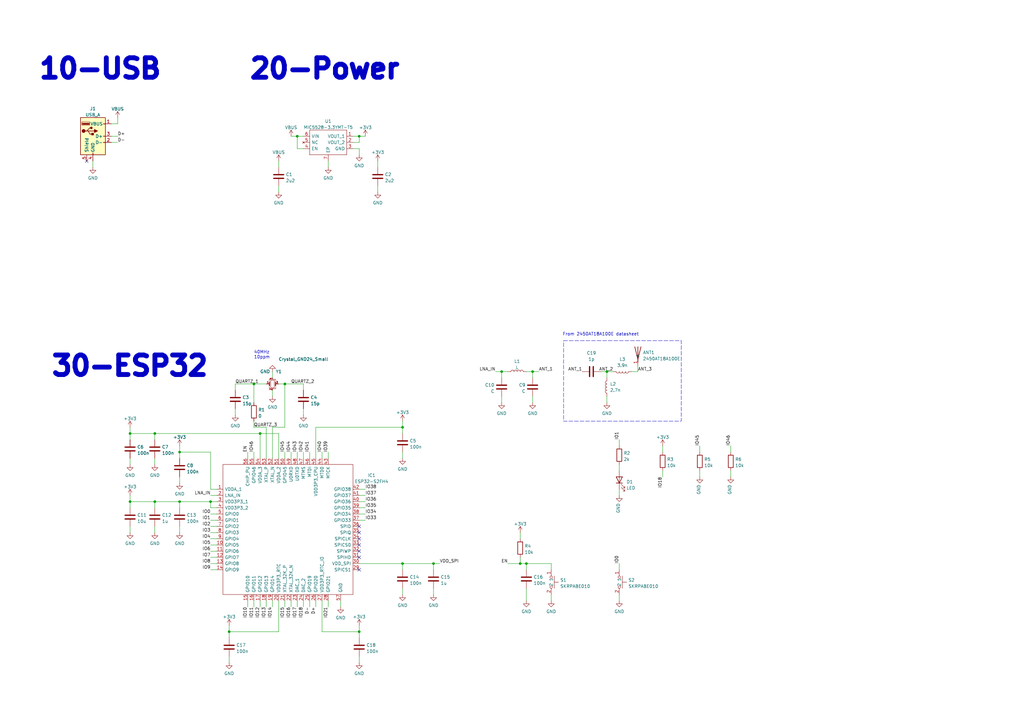
<source format=kicad_sch>
(kicad_sch (version 20231120) (generator "eeschema") (generator_version "8.0")
  (paper "A3")
  (title_block (title "PMK_Dongle") (date "2023-01-19") (rev "HW00") (company "Puma Corp"))
  (lib_symbols
    (symbol "Component lib:2450AT18A100E" (pin_names (offset 0.762))
      (property "Reference" "ANT" (at 6.35 10.16 0))
      (property "Value" "2450AT18A100E" (at 6.35 7.62 0))
      (symbol "2450AT18A100E_0_1"
        (polyline (pts (xy 0 7.62) (xy 0 1.27)) (stroke (width 0.254)))
        (polyline (pts (xy 1.27 7.62) (xy 0 2.54) (xy -1.27 7.62)) (stroke (width 0.254)))
      )
      (symbol "2450AT18A100E_1_1"
        (pin input line (at 0 0 90) (length 2.54) (name "A") (number "1"))
      )
    )
    (symbol "Component lib:C" (pin_numbers hide) (pin_names (offset 0.254))
      (property "Reference" "C" (at 0.635 -1.27 0))
      (property "Value" "C" (at 0.635 -6.35 0))
      (symbol "C_0_1"
        (polyline (pts (xy -2.032 -4.572) (xy 2.032 -4.572)) (stroke (width 0.508)))
        (polyline (pts (xy -2.032 -3.048) (xy 2.032 -3.048)) (stroke (width 0.508)))
      )
      (symbol "C_1_1"
        (pin passive line (at 0 0 270) (length 2.794) (name "~") (number "1"))
        (pin passive line (at 0 -7.62 90) (length 2.794) (name "~") (number "2"))
      )
    )
    (symbol "Component lib:ESP32-S2FH4" (pin_names (offset 0.762))
      (property "Reference" "IC" (at 22.86 -12.7 0))
      (property "Value" "ESP32-S2FH4" (at 22.86 -15.24 0))
      (symbol "ESP32-S2FH4_0_0"
        (pin passive line (at 0 0 0) (length 2.54) (name "VDDA_1") (number "1"))
        (pin passive line (at 0 -22.86 0) (length 2.54) (name "GPIO5") (number "10"))
        (pin passive line (at 0 -25.4 0) (length 2.54) (name "GPIO6") (number "11"))
        (pin passive line (at 0 -27.94 0) (length 2.54) (name "GPIO7") (number "12"))
        (pin passive line (at 0 -30.48 0) (length 2.54) (name "GPIO8") (number "13"))
        (pin passive line (at 0 -33.02 0) (length 2.54) (name "GPIO9") (number "14"))
        (pin passive line (at 12.7 -45.72 90) (length 2.54) (name "GPIO10") (number "15"))
        (pin passive line (at 15.24 -45.72 90) (length 2.54) (name "GPIO11") (number "16"))
        (pin passive line (at 17.78 -45.72 90) (length 2.54) (name "GPIO12") (number "17"))
        (pin passive line (at 20.32 -45.72 90) (length 2.54) (name "GPIO13") (number "18"))
        (pin passive line (at 22.86 -45.72 90) (length 2.54) (name "GPIO14") (number "19"))
        (pin passive line (at 0 -2.54 0) (length 2.54) (name "LNA_IN") (number "2"))
        (pin passive line (at 25.4 -45.72 90) (length 2.54) (name "VDD3P3_RTC") (number "20"))
        (pin passive line (at 27.94 -45.72 90) (length 2.54) (name "XTAL_32K_P") (number "21"))
        (pin passive line (at 30.48 -45.72 90) (length 2.54) (name "XTAL_32K_N") (number "22"))
        (pin passive line (at 33.02 -45.72 90) (length 2.54) (name "DAC_1") (number "23"))
        (pin passive line (at 35.56 -45.72 90) (length 2.54) (name "DAC_2") (number "24"))
        (pin passive line (at 38.1 -45.72 90) (length 2.54) (name "GPIO19") (number "25"))
        (pin passive line (at 40.64 -45.72 90) (length 2.54) (name "GPIO20") (number "26"))
        (pin passive line (at 43.18 -45.72 90) (length 2.54) (name "VDD3P3_RTC_IO") (number "27"))
        (pin passive line (at 45.72 -45.72 90) (length 2.54) (name "GPIO21") (number "28"))
        (pin passive line (at 58.42 -33.02 180) (length 2.54) (name "SPICS1") (number "29"))
        (pin passive line (at 0 -5.08 0) (length 2.54) (name "VDD3P3_1") (number "3"))
        (pin passive line (at 58.42 -30.48 180) (length 2.54) (name "VDD_SPI") (number "30"))
        (pin passive line (at 58.42 -27.94 180) (length 2.54) (name "SPIHD") (number "31"))
        (pin passive line (at 58.42 -25.4 180) (length 2.54) (name "SPIWP") (number "32"))
        (pin passive line (at 58.42 -22.86 180) (length 2.54) (name "SPICS0") (number "33"))
        (pin passive line (at 58.42 -20.32 180) (length 2.54) (name "SPICLK") (number "34"))
        (pin passive line (at 58.42 -17.78 180) (length 2.54) (name "SPIQ") (number "35"))
        (pin passive line (at 58.42 -15.24 180) (length 2.54) (name "SPID") (number "36"))
        (pin passive line (at 58.42 -12.7 180) (length 2.54) (name "GPIO33") (number "37"))
        (pin passive line (at 58.42 -10.16 180) (length 2.54) (name "GPIO34") (number "38"))
        (pin passive line (at 58.42 -7.62 180) (length 2.54) (name "GPIO35") (number "39"))
        (pin passive line (at 0 -7.62 0) (length 2.54) (name "VDD3P3_2") (number "4"))
        (pin passive line (at 58.42 -5.08 180) (length 2.54) (name "GPIO36") (number "40"))
        (pin passive line (at 58.42 -2.54 180) (length 2.54) (name "GPIO37") (number "41"))
        (pin passive line (at 58.42 0 180) (length 2.54) (name "GPIO38") (number "42"))
        (pin passive line (at 45.72 12.7 270) (length 2.54) (name "MTCK") (number "43"))
        (pin passive line (at 43.18 12.7 270) (length 2.54) (name "MTD0") (number "44"))
        (pin passive line (at 40.64 12.7 270) (length 2.54) (name "VDD3P3_CPU") (number "45"))
        (pin passive line (at 38.1 12.7 270) (length 2.54) (name "MTDI") (number "46"))
        (pin passive line (at 35.56 12.7 270) (length 2.54) (name "MTMS") (number "47"))
        (pin passive line (at 33.02 12.7 270) (length 2.54) (name "U0TXD") (number "48"))
        (pin passive line (at 30.48 12.7 270) (length 2.54) (name "U0RXD") (number "49"))
        (pin passive line (at 0 -10.16 0) (length 2.54) (name "GPIO0") (number "5"))
        (pin passive line (at 27.94 12.7 270) (length 2.54) (name "GPIO45") (number "50"))
        (pin passive line (at 25.4 12.7 270) (length 2.54) (name "VDDA_2") (number "51"))
        (pin passive line (at 22.86 12.7 270) (length 2.54) (name "XTAL_N") (number "52"))
        (pin passive line (at 20.32 12.7 270) (length 2.54) (name "XTAL_P") (number "53"))
        (pin passive line (at 17.78 12.7 270) (length 2.54) (name "VDDA_3") (number "54"))
        (pin passive line (at 15.24 12.7 270) (length 2.54) (name "GPIO46") (number "55"))
        (pin passive line (at 12.7 12.7 270) (length 2.54) (name "CHIP_PU") (number "56"))
        (pin passive line (at 50.8 -45.72 90) (length 2.54) (name "GND") (number "57"))
        (pin passive line (at 0 -12.7 0) (length 2.54) (name "GPIO1") (number "6"))
        (pin passive line (at 0 -15.24 0) (length 2.54) (name "GPIO2") (number "7"))
        (pin passive line (at 0 -17.78 0) (length 2.54) (name "GPIO3") (number "8"))
        (pin passive line (at 0 -20.32 0) (length 2.54) (name "GPIO4") (number "9"))
      )
      (symbol "ESP32-S2FH4_0_1"
        (polyline (pts (xy 2.54 10.16) (xy 55.88 10.16) (xy 55.88 -43.18) (xy 2.54 -43.18) (xy 2.54 10.16)) (stroke (width 0.1524)))
      )
    )
    (symbol "Component lib:L" (pin_numbers hide) (pin_names (offset 1.016) hide)
      (property "Reference" "L" (at 3.81 -1.27 0))
      (property "Value" "L" (at 3.81 1.905 0))
      (symbol "L_0_1"
        (arc (start 2.54 0) (mid 1.905 0.6323) (end 1.27 0))
        (arc (start 3.81 0) (mid 3.175 0.6323) (end 2.54 0))
        (arc (start 5.08 0) (mid 4.445 0.6323) (end 3.81 0))
        (arc (start 6.35 0) (mid 5.715 0.6323) (end 5.08 0))
      )
      (symbol "L_1_1"
        (pin passive line (at 0 0 0) (length 1.27) (name "1") (number "1"))
        (pin passive line (at 7.62 0 180) (length 1.27) (name "2") (number "2"))
      )
    )
    (symbol "Component lib:LED" (pin_numbers hide) (pin_names (offset 1.016) hide)
      (property "Reference" "D" (at 3.81 2.54 0))
      (property "Value" "LED" (at 3.81 -2.54 0))
      (symbol "LED_0_1"
        (polyline (pts (xy 2.54 -1.27) (xy 2.54 1.27)) (stroke (width 0.254)))
        (polyline (pts (xy 2.54 0) (xy 5.08 0)))
        (polyline (pts (xy 5.08 -1.27) (xy 5.08 1.27) (xy 2.54 0) (xy 5.08 -1.27)) (stroke (width 0.254)))
        (polyline (pts (xy 0.762 -0.762) (xy -0.762 -2.286) (xy 0 -2.286) (xy -0.762 -2.286) (xy -0.762 -1.524)))
        (polyline (pts (xy 2.032 -0.762) (xy 0.508 -2.286) (xy 1.27 -2.286) (xy 0.508 -2.286) (xy 0.508 -1.524)))
      )
      (symbol "LED_1_1"
        (pin passive line (at 0 0 0) (length 2.54) (name "K") (number "1"))
        (pin passive line (at 7.62 0 180) (length 2.54) (name "A") (number "2"))
      )
    )
    (symbol "Component lib:MIC5528-3.3YMT-T5" (pin_names (offset 0.762))
      (property "Reference" "U" (at 2.54 5.08 0))
      (property "Value" "MIC5528-3.3YMT-T5" (at 12.7 5.08 0))
      (symbol "MIC5528-3.3YMT-T5_0_0"
        (pin passive line (at 20.32 0 180) (length 2.54) (name "VOUT_1") (number "1"))
        (pin passive line (at 20.32 -2.54 180) (length 2.54) (name "VOUT_2") (number "2"))
        (pin passive line (at 20.32 -5.08 180) (length 2.54) (name "GND") (number "3"))
        (pin passive line (at 0 -5.08 0) (length 2.54) (name "EN") (number "4"))
        (pin no_connect line (at 0 -2.54 0) (length 2.54) (name "NC") (number "5"))
        (pin passive line (at 0 0 0) (length 2.54) (name "VIN") (number "6"))
        (pin passive line (at 10.16 -10.16 90) (length 2.54) (name "EP") (number "7"))
      )
      (symbol "MIC5528-3.3YMT-T5_0_1"
        (rectangle (start 2.54 2.54) (end 17.78 -7.62) (stroke (width 0.1524)))
      )
    )
    (symbol "Component lib:R" (pin_numbers hide) (pin_names (offset 0))
      (property "Reference" "R" (at 2.032 -3.81 90))
      (property "Value" "R" (at 0 -3.81 90))
      (symbol "R_0_1"
        (rectangle (start -1.016 -6.35) (end 1.016 -1.27) (stroke (width 0.254)))
      )
      (symbol "R_1_1"
        (pin passive line (at 0 0 270) (length 1.27) (name "~") (number "1"))
        (pin passive line (at 0 -7.62 90) (length 1.27) (name "~") (number "2"))
      )
    )
    (symbol "Component lib:SKRPABE010" (pin_names (offset 0.762))
      (property "Reference" "S" (at 5.715 3.81 0))
      (property "Value" "SKRPABE010" (at 24.13 5.08 0))
      (symbol "SKRPABE010_0_1"
        (polyline (pts (xy 5.08 1.27) (xy 5.08 3.048)))
        (polyline (pts (xy 7.62 1.27) (xy 2.54 1.27)))
        (circle (center 3.048 0) (radius 0.508))
        (circle (center 7.112 0) (radius 0.508))
        (pin passive line (at 0 0 0) (length 2.54) (name "1") (number "1"))
        (pin passive line (at 10.16 0 180) (length 2.54) (name "2") (number "2"))
      )
    )
    (symbol "Connector:USB_A" (pin_names (offset 1.016))
      (property "Reference" "J" (at -5.08 11.43 0))
      (property "Value" "USB_A" (at -5.08 8.89 0))
      (symbol "USB_A_0_1"
        (rectangle (start -5.08 -7.62) (end 5.08 7.62) (stroke (width 0.254)) (fill (type background)))
        (circle (center -3.81 2.159) (radius 0.635) (stroke (width 0.254)) (fill (type outline)))
        (rectangle (start -1.524 4.826) (end -4.318 5.334) (fill (type outline)))
        (rectangle (start -1.27 4.572) (end -4.572 5.842))
        (circle (center -0.635 3.429) (radius 0.381) (stroke (width 0.254)) (fill (type outline)))
        (rectangle (start -0.127 -7.62) (end 0.127 -6.858))
        (polyline (pts (xy -3.175 2.159) (xy -2.54 2.159) (xy -1.27 3.429) (xy -0.635 3.429)) (stroke (width 0.254)))
        (polyline (pts (xy -2.54 2.159) (xy -1.905 2.159) (xy -1.27 0.889) (xy 0 0.889)) (stroke (width 0.254)))
        (polyline (pts (xy 0.635 2.794) (xy 0.635 1.524) (xy 1.905 2.159) (xy 0.635 2.794)) (stroke (width 0.254)) (fill (type outline)))
        (rectangle (start 0.254 1.27) (end -0.508 0.508) (stroke (width 0.254)) (fill (type outline)))
        (rectangle (start 5.08 -2.667) (end 4.318 -2.413))
        (rectangle (start 5.08 -0.127) (end 4.318 0.127))
        (rectangle (start 5.08 4.953) (end 4.318 5.207))
      )
      (symbol "USB_A_1_1"
        (polyline (pts (xy -1.905 2.159) (xy 0.635 2.159)) (stroke (width 0.254)))
        (pin power_in line (at 7.62 5.08 180) (length 2.54) (name "VBUS") (number "1"))
        (pin bidirectional line (at 7.62 -2.54 180) (length 2.54) (name "D-") (number "2"))
        (pin bidirectional line (at 7.62 0 180) (length 2.54) (name "D+") (number "3"))
        (pin power_in line (at 0 -10.16 90) (length 2.54) (name "GND") (number "4"))
        (pin passive line (at -2.54 -10.16 90) (length 2.54) (name "Shield") (number "5"))
      )
    )
    (symbol "Device:Crystal_GND24_Small" (pin_names (offset 1.016) hide)
      (property "Reference" "Y" (at 1.27 4.445 0))
      (property "Value" "Crystal_GND24_Small" (at 1.27 2.54 0))
      (symbol "Crystal_GND24_Small_0_1"
        (rectangle (start -0.762 -1.524) (end 0.762 1.524))
        (polyline (pts (xy -1.27 -0.762) (xy -1.27 0.762)) (stroke (width 0.381)))
        (polyline (pts (xy 1.27 -0.762) (xy 1.27 0.762)) (stroke (width 0.381)))
        (polyline (pts (xy -1.27 -1.27) (xy -1.27 -1.905) (xy 1.27 -1.905) (xy 1.27 -1.27)))
        (polyline (pts (xy -1.27 1.27) (xy -1.27 1.905) (xy 1.27 1.905) (xy 1.27 1.27)))
      )
      (symbol "Crystal_GND24_Small_1_1"
        (pin passive line (at -2.54 0 0) (length 1.27) (name "1") (number "1"))
        (pin passive line (at 0 -2.54 90) (length 0.635) (name "2") (number "2"))
        (pin passive line (at 2.54 0 180) (length 1.27) (name "3") (number "3"))
        (pin passive line (at 0 2.54 270) (length 0.635) (name "4") (number "4"))
      )
    )
    (symbol "power:+3V3" (power) (pin_names (offset 0))
      (property "Value" "+3V3" (at 0 3.556 0))
      (symbol "+3V3_0_1"
        (polyline (pts (xy -0.762 1.27) (xy 0 2.54)))
        (polyline (pts (xy 0 0) (xy 0 2.54)))
        (polyline (pts (xy 0 2.54) (xy 0.762 1.27)))
      )
      (symbol "+3V3_1_1"
        (pin power_in line (at 0 0 90) (length 0) hide (name "+3V3") (number "1"))
      )
    )
    (symbol "power:GND" (power) (pin_names (offset 0))
      (property "Value" "GND" (at 0 -3.81 0))
      (symbol "GND_0_1"
        (polyline (pts (xy 0 0) (xy 0 -1.27) (xy 1.27 -1.27) (xy 0 -2.54) (xy -1.27 -1.27) (xy 0 -1.27)))
      )
      (symbol "GND_1_1"
        (pin power_in line (at 0 0 270) (length 0) hide (name "GND") (number "1"))
      )
    )
    (symbol "power:VBUS" (power) (pin_names (offset 0))
      (property "Value" "VBUS" (at 0 3.81 0))
      (symbol "VBUS_0_1"
        (polyline (pts (xy -0.762 1.27) (xy 0 2.54)))
        (polyline (pts (xy 0 0) (xy 0 2.54)))
        (polyline (pts (xy 0 2.54) (xy 0.762 1.27)))
      )
      (symbol "VBUS_1_1"
        (pin power_in line (at 0 0 90) (length 0) hide (name "VBUS") (number "1"))
      )
    )
  )
  (junction (at 147.32 259.08))
  (junction (at 73.66 205.74))
  (junction (at 213.36 231.14))
  (junction (at 205.74 152.4))
  (junction (at 165.1 231.14))
  (junction (at 86.36 205.74))
  (junction (at 104.14 157.48))
  (junction (at 53.34 205.74))
  (junction (at 53.34 177.8))
  (junction (at 121.92 55.88))
  (junction (at 177.8 231.14))
  (junction (at 93.98 259.08))
  (junction (at 63.5 177.8))
  (junction (at 165.1 175.26))
  (junction (at 147.32 55.88))
  (junction (at 215.9 231.14))
  (junction (at 116.84 157.48))
  (junction (at 218.44 152.4))
  (junction (at 248.92 152.4))
  (junction (at 73.66 185.42))
  (junction (at 63.5 205.74))
  (junction (at 106.68 177.8))
  (no_connect (at 147.32 233.68))
  (no_connect (at 147.32 215.9))
  (no_connect (at 147.32 218.44))
  (no_connect (at 147.32 220.98))
  (no_connect (at 147.32 223.52))
  (no_connect (at 147.32 228.6))
  (no_connect (at 147.32 226.06))
  (no_connect (at 35.56 66.04))
  (wire (pts (xy 147.32 55.88) (xy 147.32 58.42)))
  (wire (pts (xy 111.76 246.38) (xy 111.76 248.92)))
  (wire (pts (xy 205.74 152.4) (xy 203.2 152.4)))
  (wire (pts (xy 226.06 231.14) (xy 226.06 233.68)))
  (wire (pts (xy 127 246.38) (xy 127 248.92)))
  (wire (pts (xy 116.84 157.48) (xy 124.46 157.48)))
  (wire (pts (xy 86.36 223.52) (xy 88.9 223.52)))
  (wire (pts (xy 218.44 162.56) (xy 218.44 165.1)))
  (wire (pts (xy 63.5 215.9) (xy 63.5 218.44)))
  (wire (pts (xy 86.36 203.2) (xy 88.9 203.2)))
  (wire (pts (xy 53.34 208.28) (xy 53.34 205.74)))
  (wire (pts (xy 215.9 231.14) (xy 215.9 233.68)))
  (wire (pts (xy 154.94 66.04) (xy 154.94 68.58)))
  (wire (pts (xy 254 190.5) (xy 254 193.04)))
  (wire (pts (xy 132.08 246.38) (xy 132.08 259.08)))
  (wire (pts (xy 124.46 246.38) (xy 124.46 248.92)))
  (wire (pts (xy 93.98 269.24) (xy 93.98 271.78)))
  (wire (pts (xy 208.28 231.14) (xy 213.36 231.14)))
  (wire (pts (xy 114.3 66.04) (xy 114.3 68.58)))
  (wire (pts (xy 147.32 256.54) (xy 147.32 259.08)))
  (wire (pts (xy 287.02 182.88) (xy 287.02 185.42)))
  (wire (pts (xy 114.3 177.8) (xy 106.68 177.8)))
  (wire (pts (xy 104.14 157.48) (xy 109.22 157.48)))
  (wire (pts (xy 53.34 205.74) (xy 63.5 205.74)))
  (wire (pts (xy 177.8 231.14) (xy 180.34 231.14)))
  (wire (pts (xy 147.32 210.82) (xy 149.86 210.82)))
  (wire (pts (xy 220.98 152.4) (xy 218.44 152.4)))
  (wire (pts (xy 119.38 55.88) (xy 121.92 55.88)))
  (wire (pts (xy 86.36 200.66) (xy 88.9 200.66)))
  (wire (pts (xy 165.1 185.42) (xy 165.1 187.96)))
  (wire (pts (xy 111.76 160.02) (xy 111.76 162.56)))
  (wire (pts (xy 109.22 246.38) (xy 109.22 248.92)))
  (wire (pts (xy 165.1 172.72) (xy 165.1 175.26)))
  (wire (pts (xy 48.26 48.26) (xy 48.26 50.8)))
  (wire (pts (xy 271.78 182.88) (xy 271.78 185.42)))
  (wire (pts (xy 104.14 157.48) (xy 104.14 165.1)))
  (wire (pts (xy 53.34 177.8) (xy 63.5 177.8)))
  (wire (pts (xy 165.1 241.3) (xy 165.1 243.84)))
  (wire (pts (xy 218.44 154.94) (xy 218.44 152.4)))
  (wire (pts (xy 86.36 233.68) (xy 88.9 233.68)))
  (wire (pts (xy 63.5 187.96) (xy 63.5 190.5)))
  (wire (pts (xy 53.34 175.26) (xy 53.34 177.8)))
  (wire (pts (xy 63.5 177.8) (xy 63.5 180.34)))
  (wire (pts (xy 93.98 256.54) (xy 93.98 259.08)))
  (wire (pts (xy 101.6 246.38) (xy 101.6 248.92)))
  (wire (pts (xy 86.36 185.42) (xy 86.36 200.66)))
  (wire (pts (xy 124.46 157.48) (xy 124.46 160.02)))
  (wire (pts (xy 134.62 66.04) (xy 134.62 68.58)))
  (wire (pts (xy 254 231.14) (xy 254 233.68)))
  (wire (pts (xy 132.08 259.08) (xy 147.32 259.08)))
  (wire (pts (xy 104.14 172.72) (xy 104.14 175.26)))
  (wire (pts (xy 114.3 157.48) (xy 116.84 157.48)))
  (wire (pts (xy 147.32 203.2) (xy 149.86 203.2)))
  (wire (pts (xy 165.1 231.14) (xy 165.1 233.68)))
  (wire (pts (xy 86.36 220.98) (xy 88.9 220.98)))
  (wire (pts (xy 86.36 215.9) (xy 88.9 215.9)))
  (wire (pts (xy 147.32 205.74) (xy 149.86 205.74)))
  (wire (pts (xy 119.38 185.42) (xy 119.38 187.96)))
  (wire (pts (xy 205.74 162.56) (xy 205.74 165.1)))
  (wire (pts (xy 139.7 246.38) (xy 139.7 248.92)))
  (wire (pts (xy 104.14 246.38) (xy 104.14 248.92)))
  (wire (pts (xy 53.34 187.96) (xy 53.34 190.5)))
  (wire (pts (xy 248.92 152.4) (xy 251.46 152.4)))
  (wire (pts (xy 134.62 185.42) (xy 134.62 187.96)))
  (wire (pts (xy 73.66 215.9) (xy 73.66 218.44)))
  (wire (pts (xy 86.36 218.44) (xy 88.9 218.44)))
  (wire (pts (xy 53.34 180.34) (xy 53.34 177.8)))
  (wire (pts (xy 261.62 149.86) (xy 261.62 152.4)))
  (wire (pts (xy 114.3 187.96) (xy 114.3 177.8)))
  (wire (pts (xy 106.68 177.8) (xy 106.68 187.96)))
  (wire (pts (xy 213.36 218.44) (xy 213.36 220.98)))
  (wire (pts (xy 86.36 231.14) (xy 88.9 231.14)))
  (wire (pts (xy 254 180.34) (xy 254 182.88)))
  (wire (pts (xy 248.92 152.4) (xy 248.92 154.94)))
  (wire (pts (xy 121.92 55.88) (xy 124.46 55.88)))
  (wire (pts (xy 218.44 152.4) (xy 215.9 152.4)))
  (wire (pts (xy 48.26 50.8) (xy 45.72 50.8)))
  (wire (pts (xy 73.66 195.58) (xy 73.66 198.12)))
  (wire (pts (xy 177.8 231.14) (xy 177.8 233.68)))
  (wire (pts (xy 144.78 55.88) (xy 147.32 55.88)))
  (wire (pts (xy 104.14 175.26) (xy 109.22 175.26)))
  (wire (pts (xy 86.36 210.82) (xy 88.9 210.82)))
  (wire (pts (xy 93.98 259.08) (xy 93.98 261.62)))
  (wire (pts (xy 215.9 231.14) (xy 226.06 231.14)))
  (wire (pts (xy 261.62 152.4) (xy 259.08 152.4)))
  (wire (pts (xy 129.54 175.26) (xy 129.54 187.96)))
  (wire (pts (xy 73.66 182.88) (xy 73.66 185.42)))
  (wire (pts (xy 147.32 231.14) (xy 165.1 231.14)))
  (wire (pts (xy 116.84 185.42) (xy 116.84 187.96)))
  (wire (pts (xy 124.46 185.42) (xy 124.46 187.96)))
  (wire (pts (xy 73.66 208.28) (xy 73.66 205.74)))
  (wire (pts (xy 73.66 187.96) (xy 73.66 185.42)))
  (wire (pts (xy 86.36 228.6) (xy 88.9 228.6)))
  (wire (pts (xy 213.36 228.6) (xy 213.36 231.14)))
  (wire (pts (xy 154.94 76.2) (xy 154.94 78.74)))
  (wire (pts (xy 116.84 246.38) (xy 116.84 248.92)))
  (wire (pts (xy 254 243.84) (xy 254 246.38)))
  (wire (pts (xy 111.76 175.26) (xy 111.76 187.96)))
  (wire (pts (xy 121.92 185.42) (xy 121.92 187.96)))
  (wire (pts (xy 165.1 231.14) (xy 177.8 231.14)))
  (wire (pts (xy 215.9 231.14) (xy 213.36 231.14)))
  (wire (pts (xy 88.9 208.28) (xy 86.36 208.28)))
  (wire (pts (xy 104.14 185.42) (xy 104.14 187.96)))
  (wire (pts (xy 106.68 246.38) (xy 106.68 248.92)))
  (wire (pts (xy 73.66 185.42) (xy 86.36 185.42)))
  (wire (pts (xy 147.32 200.66) (xy 149.86 200.66)))
  (wire (pts (xy 63.5 205.74) (xy 73.66 205.74)))
  (wire (pts (xy 147.32 259.08) (xy 147.32 261.62)))
  (wire (pts (xy 287.02 193.04) (xy 287.02 195.58)))
  (wire (pts (xy 116.84 175.26) (xy 111.76 175.26)))
  (wire (pts (xy 254 200.66) (xy 254 203.2)))
  (wire (pts (xy 111.76 152.4) (xy 111.76 154.94)))
  (wire (pts (xy 53.34 215.9) (xy 53.34 218.44)))
  (wire (pts (xy 121.92 60.96) (xy 121.92 55.88)))
  (wire (pts (xy 124.46 60.96) (xy 121.92 60.96)))
  (wire (pts (xy 45.72 58.42) (xy 48.26 58.42)))
  (wire (pts (xy 208.28 152.4) (xy 205.74 152.4)))
  (wire (pts (xy 124.46 167.64) (xy 124.46 170.18)))
  (wire (pts (xy 109.22 175.26) (xy 109.22 187.96)))
  (wire (pts (xy 132.08 185.42) (xy 132.08 187.96)))
  (wire (pts (xy 86.36 226.06) (xy 88.9 226.06)))
  (wire (pts (xy 144.78 60.96) (xy 147.32 60.96)))
  (wire (pts (xy 147.32 269.24) (xy 147.32 271.78)))
  (wire (pts (xy 129.54 175.26) (xy 165.1 175.26)))
  (wire (pts (xy 246.38 152.4) (xy 248.92 152.4)))
  (wire (pts (xy 96.52 157.48) (xy 104.14 157.48)))
  (wire (pts (xy 38.1 66.04) (xy 38.1 68.58)))
  (wire (pts (xy 86.36 213.36) (xy 88.9 213.36)))
  (wire (pts (xy 147.32 58.42) (xy 144.78 58.42)))
  (wire (pts (xy 45.72 55.88) (xy 48.26 55.88)))
  (wire (pts (xy 63.5 208.28) (xy 63.5 205.74)))
  (wire (pts (xy 177.8 241.3) (xy 177.8 243.84)))
  (wire (pts (xy 271.78 193.04) (xy 271.78 195.58)))
  (wire (pts (xy 299.72 182.88) (xy 299.72 185.42)))
  (wire (pts (xy 114.3 259.08) (xy 114.3 246.38)))
  (wire (pts (xy 63.5 177.8) (xy 106.68 177.8)))
  (wire (pts (xy 96.52 167.64) (xy 96.52 170.18)))
  (wire (pts (xy 205.74 152.4) (xy 205.74 154.94)))
  (wire (pts (xy 121.92 246.38) (xy 121.92 248.92)))
  (wire (pts (xy 114.3 76.2) (xy 114.3 78.74)))
  (wire (pts (xy 215.9 241.3) (xy 215.9 246.38)))
  (wire (pts (xy 53.34 203.2) (xy 53.34 205.74)))
  (wire (pts (xy 96.52 160.02) (xy 96.52 157.48)))
  (wire (pts (xy 127 185.42) (xy 127 187.96)))
  (wire (pts (xy 248.92 162.56) (xy 248.92 165.1)))
  (wire (pts (xy 149.86 213.36) (xy 147.32 213.36)))
  (wire (pts (xy 129.54 246.38) (xy 129.54 248.92)))
  (wire (pts (xy 86.36 205.74) (xy 88.9 205.74)))
  (wire (pts (xy 116.84 157.48) (xy 116.84 175.26)))
  (wire (pts (xy 86.36 208.28) (xy 86.36 205.74)))
  (wire (pts (xy 93.98 259.08) (xy 114.3 259.08)))
  (wire (pts (xy 147.32 208.28) (xy 149.86 208.28)))
  (wire (pts (xy 134.62 246.38) (xy 134.62 248.92)))
  (wire (pts (xy 101.6 185.42) (xy 101.6 187.96)))
  (wire (pts (xy 165.1 175.26) (xy 165.1 177.8)))
  (wire (pts (xy 147.32 60.96) (xy 147.32 63.5)))
  (wire (pts (xy 147.32 55.88) (xy 149.86 55.88)))
  (wire (pts (xy 226.06 243.84) (xy 226.06 246.38)))
  (wire (pts (xy 73.66 205.74) (xy 86.36 205.74)))
  (wire (pts (xy 299.72 193.04) (xy 299.72 195.58)))
  (wire (pts (xy 119.38 246.38) (xy 119.38 248.92)))
  (rectangle (start 231.14 139.7) (end 279.4 172.72) (stroke (width 0) (type dash)))
  (text "From 2450AT18A100E datasheet\n" (at 246.38 137.16 0) (effects (font (size 1.27 1.27))))
  (text "10-USB" (at 15.24 33.02 0) (effects (font (size 8 8) (thickness 3) (bold yes)) (justify left bottom)))
  (text "30-ESP32" (at 20.32 154.94 0) (effects (font (size 8 8) (thickness 3) (bold yes)) (justify left bottom)))
  (text "40MHz \n10ppm" (at 104.14 147.32 0) (effects (font (size 1.27 1.27)) (justify left bottom)))
  (text "20-Power\n" (at 101.6 33.02 0) (effects (font (size 8 8) (thickness 3) (bold yes)) (justify left bottom)))
  (label "LNA_IN" (at 86.36 203.2 180))
  (label "IO14" (at 111.76 248.92 270))
  (label "IO39" (at 134.62 185.42 90))
  (label "D+" (at 48.26 55.88 0))
  (label "IO41" (at 127 185.42 90))
  (label "IO9" (at 86.36 233.68 180))
  (label "IO0" (at 86.36 210.82 180))
  (label "IO34" (at 149.86 210.82 0))
  (label "IO35" (at 149.86 208.28 0))
  (label "QUARTZ_3" (at 104.14 175.26 0))
  (label "IO42" (at 124.46 185.42 90))
  (label "IO16" (at 119.38 248.92 270))
  (label "QUARTZ_1" (at 96.52 157.48 0))
  (label "IO36" (at 149.86 205.74 0))
  (label "D-" (at 48.26 58.42 0))
  (label "IO45" (at 287.02 182.88 90))
  (label "IO46" (at 299.72 182.88 90))
  (label "ANT_2" (at 251.46 152.4 180))
  (label "IO44" (at 119.38 185.42 90))
  (label "IO33" (at 149.86 213.36 0))
  (label "IO0" (at 254 231.14 90))
  (label "IO5" (at 86.36 223.52 180))
  (label "IO45" (at 116.84 185.42 90))
  (label "IO46" (at 104.14 185.42 90))
  (label "VDD_SPI" (at 180.34 231.14 0))
  (label "IO43" (at 121.92 185.42 90))
  (label "IO8" (at 86.36 231.14 180))
  (label "IO4" (at 86.36 220.98 180))
  (label "IO37" (at 149.86 203.2 0))
  (label "IO12" (at 106.68 248.92 270))
  (label "D+" (at 129.54 248.92 270))
  (label "IO40" (at 132.08 185.42 90))
  (label "IO6" (at 86.36 226.06 180))
  (label "IO10" (at 101.6 248.92 270))
  (label "IO2" (at 86.36 215.9 180))
  (label "IO17" (at 121.92 248.92 270))
  (label "IO11" (at 104.14 248.92 270))
  (label "IO3" (at 86.36 218.44 180))
  (label "ANT_3" (at 261.62 152.4 0))
  (label "D-" (at 127 248.92 270))
  (label "LNA_IN" (at 203.2 152.4 180))
  (label "IO38" (at 149.86 200.66 0))
  (label "IO18" (at 271.78 195.58 270))
  (label "QUARTZ_2" (at 119.38 157.48 0))
  (label "EN" (at 208.28 231.14 180))
  (label "IO1" (at 86.36 213.36 180))
  (label "IO13" (at 109.22 248.92 270))
  (label "IO7" (at 86.36 228.6 180))
  (label "EN" (at 101.6 185.42 90))
  (label "IO1" (at 254 180.34 90))
  (label "ANT_1" (at 220.98 152.4 0))
  (label "IO21" (at 134.62 248.92 270))
  (label "IO18" (at 124.46 248.92 270))
  (label "IO15" (at 116.84 248.92 270))
  (label "ANT_1" (at 238.76 152.4 180))
  (symbol (lib_id "power:GND") (at 226.06 246.38 0) (unit 1)
    (property "Reference" "#PWR0103" (effects (hide yes)))
    (property "Value" "GND" (at 226.06 250.8234 0))
  )
  (symbol (lib_id "Component lib:C") (at 73.66 208.28 0) (unit 1)
    (property "Reference" "C13" (at 76.581 211.2553 0) (effects (justify left)))
    (property "Value" "100n" (at 76.581 213.7922 0) (effects (justify left)))
    (property "Footprint" "Capacitor_SMD:C_0402_1005Metric" (effects (hide yes)))
  )
  (symbol (lib_id "power:GND") (at 111.76 152.4 180) (unit 1)
    (property "Reference" "#PWR0120" (effects (hide yes)))
    (property "Value" "GND" (at 106.68 152.4 0) (effects (justify right)))
  )
  (symbol (lib_id "power:VBUS") (at 48.26 48.26 0) (unit 1)
    (property "Reference" "#PWR0137" (effects (hide yes)))
    (property "Value" "VBUS" (at 48.26 44.6842 0))
  )
  (symbol (lib_id "power:+3V3") (at 149.86 55.88 0) (unit 1)
    (property "Reference" "#PWR0135" (effects (hide yes)))
    (property "Value" "+3V3" (at 149.86 52.3042 0))
  )
  (symbol (lib_id "Component lib:C") (at 165.1 177.8 0) (unit 1)
    (property "Reference" "C5" (at 168.021 180.7753 0) (effects (justify left)))
    (property "Value" "100n" (at 168.021 183.3122 0) (effects (justify left)))
    (property "Footprint" "Capacitor_SMD:C_0402_1005Metric" (effects (hide yes)))
  )
  (symbol (lib_id "power:GND") (at 111.76 162.56 0) (unit 1)
    (property "Reference" "#PWR0127" (effects (hide yes)))
    (property "Value" "GND" (at 111.76 167.0034 0))
  )
  (symbol (lib_id "Component lib:C") (at 165.1 233.68 0) (unit 1)
    (property "Reference" "C14" (at 168.021 236.6553 0) (effects (justify left)))
    (property "Value" "100n" (at 168.021 239.1922 0) (effects (justify left)))
    (property "Footprint" "Capacitor_SMD:C_0402_1005Metric" (effects (hide yes)))
  )
  (symbol (lib_id "Component lib:SKRPABE010") (at 254 233.68 270) (unit 1)
    (property "Reference" "S2" (at 257.683 237.9253 90) (effects (justify left)))
    (property "Value" "SKRPABE010" (at 257.683 240.4622 90) (effects (justify left)))
    (property "Footprint" "Component_lib:B3U-1000P" (effects (hide yes)))
    (property "Datasheet" "https://datasheet.lcsc.com/szlcsc/ALPS-Electric-SKRPABE010_C115360.pdf" (effects (hide yes)))
    (property "Description" "Switch Tactile N.O. SPST Button J-Bend 0.05A 16VDC 1.57N SMD Automotive T/R" (effects (hide yes)))
    (property "Height" "2.5" (effects (hide yes)))
    (property "Mouser Part Number" "688-SKRPAB" (effects (hide yes)))
    (property "Mouser Price/Stock" "https://www.mouser.co.uk/ProductDetail/Alps-Alpine/SKRPABE010?qs=m0BA540hBPe1GpcSf%2FZ5Yw%3D%3D" (effects (hide yes)))
    (property "Manufacturer_Name" "ALPS Electric" (effects (hide yes)))
    (property "Manufacturer_Part_Number" "SKRPABE010" (effects (hide yes)))
  )
  (symbol (lib_id "power:VBUS") (at 119.38 55.88 0) (unit 1)
    (property "Reference" "#PWR0134" (effects (hide yes)))
    (property "Value" "VBUS" (at 119.38 52.3042 0))
  )
  (symbol (lib_id "power:GND") (at 165.1 187.96 0) (unit 1)
    (property "Reference" "#PWR0112" (effects (hide yes)))
    (property "Value" "GND" (at 165.1 192.4034 0))
  )
  (symbol (lib_id "power:GND") (at 139.7 248.92 0) (unit 1)
    (property "Reference" "#PWR0111" (effects (hide yes)))
    (property "Value" "GND" (at 139.7 253.3634 0))
  )
  (symbol (lib_id "power:+3V3") (at 271.78 182.88 0) (unit 1)
    (property "Reference" "#PWR0106" (effects (hide yes)))
    (property "Value" "+3V3" (at 271.78 179.3042 0))
  )
  (symbol (lib_id "Component lib:C") (at 205.74 154.94 0) (mirror y) (unit 1)
    (property "Reference" "C10" (at 202.819 157.9153 0) (effects (justify left)))
    (property "Value" "C" (at 202.819 160.4522 0) (effects (justify left)))
    (property "Footprint" "Capacitor_SMD:C_0201_0603Metric" (effects (hide yes)))
  )
  (symbol (lib_id "Component lib:C") (at 218.44 154.94 0) (mirror y) (unit 1)
    (property "Reference" "C9" (at 215.519 157.9153 0) (effects (justify left)))
    (property "Value" "C" (at 215.519 160.4522 0) (effects (justify left)))
    (property "Footprint" "Capacitor_SMD:C_0201_0603Metric" (effects (hide yes)))
  )
  (symbol (lib_id "power:GND") (at 53.34 190.5 0) (unit 1)
    (property "Reference" "#PWR0119" (effects (hide yes)))
    (property "Value" "GND" (at 53.34 194.9434 0))
  )
  (symbol (lib_id "Component lib:L") (at 215.9 152.4 0) (mirror y) (unit 1)
    (property "Reference" "L1" (at 212.09 148.1922 0))
    (property "Value" "L" (at 212.09 150.7291 0))
    (property "Footprint" "Inductor_SMD:L_0201_0603Metric" (effects (hide yes)))
  )
  (symbol (lib_id "power:+3V3") (at 53.34 203.2 0) (unit 1)
    (property "Reference" "#PWR0129" (effects (hide yes)))
    (property "Value" "+3V3" (at 53.34 199.6242 0))
  )
  (symbol (lib_id "power:GND") (at 63.5 190.5 0) (unit 1)
    (property "Reference" "#PWR0118" (effects (hide yes)))
    (property "Value" "GND" (at 63.5 194.9434 0))
  )
  (symbol (lib_id "Component lib:R") (at 213.36 220.98 0) (unit 1)
    (property "Reference" "R4" (at 215.138 223.9553 0) (effects (justify left)))
    (property "Value" "10k" (at 215.138 226.4922 0) (effects (justify left)))
    (property "Footprint" "Resistor_SMD:R_0201_0603Metric" (effects (hide yes)))
  )
  (symbol (lib_id "power:GND") (at 177.8 243.84 0) (unit 1)
    (property "Reference" "#PWR0113" (effects (hide yes)))
    (property "Value" "GND" (at 177.8 248.2834 0))
  )
  (symbol (lib_id "power:GND") (at 205.74 165.1 0) (mirror y) (unit 1)
    (property "Reference" "#PWR0101" (effects (hide yes)))
    (property "Value" "GND" (at 205.74 169.5434 0))
  )
  (symbol (lib_id "Component lib:C") (at 53.34 180.34 0) (unit 1)
    (property "Reference" "C6" (at 56.261 183.3153 0) (effects (justify left)))
    (property "Value" "100n" (at 56.261 185.8522 0) (effects (justify left)))
    (property "Footprint" "Capacitor_SMD:C_0402_1005Metric" (effects (hide yes)))
  )
  (symbol (lib_id "Component lib:R") (at 271.78 185.42 0) (unit 1)
    (property "Reference" "R3" (at 273.558 188.3953 0) (effects (justify left)))
    (property "Value" "10k" (at 273.558 190.9322 0) (effects (justify left)))
    (property "Footprint" "Resistor_SMD:R_0201_0603Metric" (effects (hide yes)))
  )
  (symbol (lib_id "Component lib:SKRPABE010") (at 226.06 233.68 270) (unit 1)
    (property "Reference" "S1" (at 229.743 237.9253 90) (effects (justify left)))
    (property "Value" "SKRPABE010" (at 229.743 240.4622 90) (effects (justify left)))
    (property "Footprint" "Component_lib:B3U-1000P" (effects (hide yes)))
    (property "Datasheet" "https://datasheet.lcsc.com/szlcsc/ALPS-Electric-SKRPABE010_C115360.pdf" (effects (hide yes)))
    (property "Description" "Switch Tactile N.O. SPST Button J-Bend 0.05A 16VDC 1.57N SMD Automotive T/R" (effects (hide yes)))
    (property "Height" "2.5" (effects (hide yes)))
    (property "Mouser Part Number" "688-SKRPAB" (effects (hide yes)))
    (property "Mouser Price/Stock" "https://www.mouser.co.uk/ProductDetail/Alps-Alpine/SKRPABE010?qs=m0BA540hBPe1GpcSf%2FZ5Yw%3D%3D" (effects (hide yes)))
    (property "Manufacturer_Name" "ALPS Electric" (effects (hide yes)))
    (property "Manufacturer_Part_Number" "SKRPABE010" (effects (hide yes)))
  )
  (symbol (lib_id "power:GND") (at 96.52 170.18 0) (unit 1)
    (property "Reference" "#PWR0126" (effects (hide yes)))
    (property "Value" "GND" (at 96.52 174.6234 0))
  )
  (symbol (lib_id "Component lib:C") (at 73.66 187.96 0) (unit 1)
    (property "Reference" "C8" (at 76.581 190.9353 0) (effects (justify left)))
    (property "Value" "100n" (at 76.581 193.4722 0) (effects (justify left)))
    (property "Footprint" "Capacitor_SMD:C_0402_1005Metric" (effects (hide yes)))
  )
  (symbol (lib_id "power:GND") (at 147.32 63.5 0) (unit 1)
    (property "Reference" "#PWR0139" (effects (hide yes)))
    (property "Value" "GND" (at 147.32 67.9434 0))
  )
  (symbol (lib_id "Component lib:C") (at 147.32 261.62 0) (unit 1)
    (property "Reference" "C18" (at 150.241 264.5953 0) (effects (justify left)))
    (property "Value" "100n" (at 150.241 267.1322 0) (effects (justify left)))
    (property "Footprint" "Capacitor_SMD:C_0402_1005Metric" (effects (hide yes)))
  )
  (symbol (lib_id "power:GND") (at 248.92 165.1 0) (mirror y) (unit 1)
    (property "Reference" "#PWR03" (effects (hide yes)))
    (property "Value" "GND" (at 248.92 169.5434 0))
  )
  (symbol (lib_id "power:GND") (at 73.66 218.44 0) (unit 1)
    (property "Reference" "#PWR0131" (effects (hide yes)))
    (property "Value" "GND" (at 73.66 222.8834 0))
  )
  (symbol (lib_id "power:GND") (at 53.34 218.44 0) (unit 1)
    (property "Reference" "#PWR0133" (effects (hide yes)))
    (property "Value" "GND" (at 53.34 222.8834 0))
  )
  (symbol (lib_id "power:GND") (at 215.9 246.38 0) (unit 1)
    (property "Reference" "#PWR0102" (effects (hide yes)))
    (property "Value" "GND" (at 215.9 250.8234 0))
  )
  (symbol (lib_id "power:+3V3") (at 213.36 218.44 0) (unit 1)
    (property "Reference" "#PWR0115" (effects (hide yes)))
    (property "Value" "+3V3" (at 213.36 214.8642 0))
  )
  (symbol (lib_id "power:GND") (at 63.5 218.44 0) (unit 1)
    (property "Reference" "#PWR0132" (effects (hide yes)))
    (property "Value" "GND" (at 63.5 222.8834 0))
  )
  (symbol (lib_id "Component lib:R") (at 299.72 185.42 0) (unit 1)
    (property "Reference" "R6" (at 301.498 188.3953 0) (effects (justify left)))
    (property "Value" "10k" (at 301.498 190.9322 0) (effects (justify left)))
    (property "Footprint" "Resistor_SMD:R_0201_0603Metric" (effects (hide yes)))
  )
  (symbol (lib_id "power:+3V3") (at 53.34 175.26 0) (unit 1)
    (property "Reference" "#PWR0121" (effects (hide yes)))
    (property "Value" "+3V3" (at 53.34 171.6842 0))
  )
  (symbol (lib_id "Component lib:MIC5528-3.3YMT-T5") (at 124.46 55.88 0) (unit 1)
    (property "Reference" "U1" (at 134.62 49.691 0))
    (property "Value" "MIC5528-3.3YMT-T5" (at 134.62 52.2279 0))
    (property "Footprint" "Component_lib:SON40P120X120X60-7N-D" (effects (hide yes)))
    (property "Datasheet" "https://www.mouser.ch/datasheet/2/268/MIC5528_High_Performance_500mA_LDO_in_Thin_and_Ext-1891284.pdf" (effects (hide yes)))
    (property "Description" "LDO Voltage Regulators Single, 500mA LDO w/ Auto Discharge & Internal Enable Pulldown" (effects (hide yes)))
    (property "Height" "0.6" (effects (hide yes)))
    (property "Mouser Part Number" "998-MIC5528-3.3YMTT5" (effects (hide yes)))
    (property "Mouser Price/Stock" "https://www.mouser.co.uk/ProductDetail/Microchip-Technology/MIC5528-33YMT-T5?qs=U6T8BxXiZAUrsVLummtswg%3D%3D" (effects (hide yes)))
    (property "Manufacturer_Name" "Microchip" (effects (hide yes)))
    (property "Manufacturer_Part_Number" "MIC5528-3.3YMT-T5" (effects (hide yes)))
  )
  (symbol (lib_id "Component lib:C") (at 177.8 233.68 0) (unit 1)
    (property "Reference" "C15" (at 180.721 236.6553 0) (effects (justify left)))
    (property "Value" "1u" (at 180.721 239.1922 0) (effects (justify left)))
    (property "Footprint" "Capacitor_SMD:C_0402_1005Metric" (effects (hide yes)))
  )
  (symbol (lib_id "power:+3V3") (at 147.32 256.54 0) (unit 1)
    (property "Reference" "#PWR0110" (effects (hide yes)))
    (property "Value" "+3V3" (at 147.32 252.9642 0))
  )
  (symbol (lib_id "power:GND") (at 299.72 195.58 0) (unit 1)
    (property "Reference" "#PWR02" (effects (hide yes)))
    (property "Value" "GND" (at 299.2862 198.755 90) (effects (justify right)))
  )
  (symbol (lib_id "Component lib:LED") (at 254 200.66 90) (unit 1)
    (property "Reference" "D1" (at 256.921 197.6028 90) (effects (justify right)))
    (property "Value" "LED" (at 256.921 200.1397 90) (effects (justify right)))
    (property "Footprint" "LED_SMD:LED_0402_1005Metric" (effects (hide yes)))
  )
  (symbol (lib_id "Component lib:C") (at 124.46 160.02 0) (unit 1)
    (property "Reference" "C4" (at 127.381 162.9953 0) (effects (justify left)))
    (property "Value" "15p" (at 127.381 165.5322 0) (effects (justify left)))
    (property "Footprint" "Capacitor_SMD:C_0201_0603Metric" (effects (hide yes)))
  )
  (symbol (lib_id "power:GND") (at 134.62 68.58 0) (unit 1)
    (property "Reference" "#PWR0136" (effects (hide yes)))
    (property "Value" "GND" (at 134.62 73.0234 0))
  )
  (symbol (lib_id "Component lib:R") (at 104.14 165.1 0) (unit 1)
    (property "Reference" "R1" (at 105.918 168.0753 0) (effects (justify left)))
    (property "Value" "0" (at 105.918 170.6122 0) (effects (justify left)))
    (property "Footprint" "Resistor_SMD:R_0201_0603Metric" (effects (hide yes)))
  )
  (symbol (lib_id "power:VBUS") (at 114.3 66.04 0) (unit 1)
    (property "Reference" "#PWR0123" (effects (hide yes)))
    (property "Value" "VBUS" (at 114.3 62.4642 0))
  )
  (symbol (lib_id "power:GND") (at 38.1 68.58 0) (unit 1)
    (property "Reference" "#PWR0122" (effects (hide yes)))
    (property "Value" "GND" (at 38.1 73.0234 0))
  )
  (symbol (lib_id "Component lib:2450AT18A100E") (at 261.62 149.86 0) (unit 1)
    (property "Reference" "ANT1" (at 263.652 144.5803 0) (effects (justify left)))
    (property "Value" "2450AT18A100E" (at 263.652 147.1172 0) (effects (justify left)))
    (property "Footprint" "Component_lib:ANTC3216X140N" (effects (hide yes)))
    (property "Datasheet" "https://www.johansontechnology.com/datasheets/2450AT18A100/2450AT18A100.pdf" (effects (hide yes)))
    (property "Description" "Antennas 2.45GHz ANTENNA" (effects (hide yes)))
    (property "Height" "1.4" (effects (hide yes)))
    (property "Mouser Part Number" "609-2450AT18A100E" (effects (hide yes)))
    (property "Mouser Price/Stock" "https://www.mouser.co.uk/ProductDetail/Johanson-Technology/2450AT18A100E?qs=yCnrNFeXz%252BjzOYKPg7LGCw%3D%3D" (effects (hide yes)))
    (property "Manufacturer_Name" "JOHANSON TECHNOLOGY" (effects (hide yes)))
    (property "Manufacturer_Part_Number" "2450AT18A100E" (effects (hide yes)))
  )
  (symbol (lib_id "power:GND") (at 254 203.2 0) (unit 1)
    (property "Reference" "#PWR0104" (effects (hide yes)))
    (property "Value" "GND" (at 253.5662 206.375 90) (effects (justify right)))
  )
  (symbol (lib_id "power:+3V3") (at 93.98 256.54 0) (unit 1)
    (property "Reference" "#PWR0109" (effects (hide yes)))
    (property "Value" "+3V3" (at 93.98 252.9642 0))
  )
  (symbol (lib_id "Component lib:C") (at 53.34 208.28 0) (unit 1)
    (property "Reference" "C11" (at 56.261 211.2553 0) (effects (justify left)))
    (property "Value" "10u" (at 56.261 213.7922 0) (effects (justify left)))
    (property "Footprint" "Capacitor_SMD:C_0603_1608Metric" (effects (hide yes)))
  )
  (symbol (lib_id "Component lib:ESP32-S2FH4") (at 88.9 200.66 0) (unit 1)
    (property "Reference" "IC1" (at 152.4044 194.9535 0))
    (property "Value" "ESP32-S2FH4" (at 152.4044 197.4904 0))
    (property "Footprint" "Component_lib:QFN40P700X700X90-57N-D" (effects (hide yes)))
    (property "Description" "ESP32-S2FH4" (effects (hide yes)))
    (property "Height" "0.9" (effects (hide yes)))
    (property "Mouser Part Number" "356-ESP32-S2FH4" (effects (hide yes)))
    (property "Mouser Price/Stock" "https://www.mouser.co.uk/ProductDetail/Espressif-Systems/ESP32-S2FH4?qs=DPoM0jnrROVef2vYCoSa1w%3D%3D" (effects (hide yes)))
    (property "Manufacturer_Name" "Espressif Systems" (effects (hide yes)))
    (property "Manufacturer_Part_Number" "ESP32-S2FH4" (effects (hide yes)))
  )
  (symbol (lib_id "Component lib:C") (at 96.52 160.02 0) (unit 1)
    (property "Reference" "C3" (at 99.441 162.9953 0) (effects (justify left)))
    (property "Value" "15p" (at 99.441 165.5322 0) (effects (justify left)))
    (property "Footprint" "Capacitor_SMD:C_0201_0603Metric" (effects (hide yes)))
  )
  (symbol (lib_id "power:GND") (at 114.3 78.74 0) (unit 1)
    (property "Reference" "#PWR0124" (effects (hide yes)))
    (property "Value" "GND" (at 114.3 83.1834 0))
  )
  (symbol (lib_id "power:GND") (at 287.02 195.58 0) (unit 1)
    (property "Reference" "#PWR01" (effects (hide yes)))
    (property "Value" "GND" (at 286.5862 198.755 90) (effects (justify right)))
  )
  (symbol (lib_id "Component lib:R") (at 254 182.88 0) (unit 1)
    (property "Reference" "R2" (at 255.778 185.8553 0) (effects (justify left)))
    (property "Value" "2k" (at 255.778 188.3922 0) (effects (justify left)))
    (property "Footprint" "Resistor_SMD:R_0402_1005Metric" (effects (hide yes)))
  )
  (symbol (lib_id "Component lib:C") (at 215.9 233.68 0) (unit 1)
    (property "Reference" "C16" (at 218.821 236.6553 0) (effects (justify left)))
    (property "Value" "100n" (at 218.821 239.1922 0) (effects (justify left)))
    (property "Footprint" "Capacitor_SMD:C_0402_1005Metric" (effects (hide yes)))
  )
  (symbol (lib_id "power:GND") (at 165.1 243.84 0) (unit 1)
    (property "Reference" "#PWR0114" (effects (hide yes)))
    (property "Value" "GND" (at 165.1 248.2834 0))
  )
  (symbol (lib_id "Component lib:C") (at 93.98 261.62 0) (unit 1)
    (property "Reference" "C17" (at 96.901 264.5953 0) (effects (justify left)))
    (property "Value" "100n" (at 96.901 267.1322 0) (effects (justify left)))
    (property "Footprint" "Capacitor_SMD:C_0402_1005Metric" (effects (hide yes)))
  )
  (symbol (lib_id "power:GND") (at 147.32 271.78 0) (unit 1)
    (property "Reference" "#PWR0108" (effects (hide yes)))
    (property "Value" "GND" (at 147.32 276.2234 0))
  )
  (symbol (lib_id "power:GND") (at 218.44 165.1 0) (mirror y) (unit 1)
    (property "Reference" "#PWR0116" (effects (hide yes)))
    (property "Value" "GND" (at 218.44 169.5434 0))
  )
  (symbol (lib_id "power:+3V3") (at 73.66 182.88 0) (unit 1)
    (property "Reference" "#PWR0117" (effects (hide yes)))
    (property "Value" "+3V3" (at 73.66 179.3042 0))
  )
  (symbol (lib_id "Component lib:R") (at 287.02 185.42 0) (unit 1)
    (property "Reference" "R5" (at 288.798 188.3953 0) (effects (justify left)))
    (property "Value" "10k" (at 288.798 190.9322 0) (effects (justify left)))
    (property "Footprint" "Resistor_SMD:R_0201_0603Metric" (effects (hide yes)))
  )
  (symbol (lib_id "Device:Crystal_GND24_Small") (at 111.76 157.48 0) (unit 1)
    (property "Reference" "Y1" (at 114.3 152.4 0))
    (property "Value" "Crystal_GND24_Small" (at 124.46 147.32 0))
    (property "Footprint" "Component_lib:Crystal_SMD_2016-4Pin_2.0x1.6mm" (effects (hide yes)))
  )
  (symbol (lib_id "Component lib:C") (at 63.5 180.34 0) (unit 1)
    (property "Reference" "C7" (at 66.421 183.3153 0) (effects (justify left)))
    (property "Value" "100n" (at 66.421 185.8522 0) (effects (justify left)))
    (property "Footprint" "Capacitor_SMD:C_0402_1005Metric" (effects (hide yes)))
  )
  (symbol (lib_id "power:GND") (at 73.66 198.12 0) (unit 1)
    (property "Reference" "#PWR0130" (effects (hide yes)))
    (property "Value" "GND" (at 73.66 202.5634 0))
  )
  (symbol (lib_id "power:+3V3") (at 154.94 66.04 0) (unit 1)
    (property "Reference" "#PWR0140" (effects (hide yes)))
    (property "Value" "+3V3" (at 154.94 62.4642 0))
  )
  (symbol (lib_id "Component lib:L") (at 251.46 152.4 0) (mirror x) (unit 1)
    (property "Reference" "L3" (at 255.27 147.32 0))
    (property "Value" "3.9n" (at 255.27 149.86 0))
    (property "Footprint" "Inductor_SMD:L_0402_1005Metric" (effects (hide yes)))
  )
  (symbol (lib_id "power:GND") (at 154.94 78.74 0) (unit 1)
    (property "Reference" "#PWR0138" (effects (hide yes)))
    (property "Value" "GND" (at 154.94 83.1834 0))
  )
  (symbol (lib_id "Component lib:C") (at 154.94 68.58 0) (unit 1)
    (property "Reference" "C2" (at 157.861 71.5553 0) (effects (justify left)))
    (property "Value" "2u2" (at 157.861 74.0922 0) (effects (justify left)))
    (property "Footprint" "Capacitor_SMD:C_0603_1608Metric" (effects (hide yes)))
  )
  (symbol (lib_id "Component lib:C") (at 63.5 208.28 0) (unit 1)
    (property "Reference" "C12" (at 66.421 211.2553 0) (effects (justify left)))
    (property "Value" "1u" (at 66.421 213.7922 0) (effects (justify left)))
    (property "Footprint" "Capacitor_SMD:C_0402_1005Metric" (effects (hide yes)))
  )
  (symbol (lib_id "Component lib:L") (at 248.92 154.94 90) (mirror x) (unit 1)
    (property "Reference" "L2" (at 250.19 157.4799 90) (effects (justify right)))
    (property "Value" "2.7n" (at 250.19 160.0199 90) (effects (justify right)))
    (property "Footprint" "Inductor_SMD:L_0402_1005Metric" (effects (hide yes)))
  )
  (symbol (lib_id "power:GND") (at 124.46 170.18 0) (unit 1)
    (property "Reference" "#PWR0128" (effects (hide yes)))
    (property "Value" "GND" (at 124.46 174.6234 0))
  )
  (symbol (lib_id "power:GND") (at 93.98 271.78 0) (unit 1)
    (property "Reference" "#PWR0107" (effects (hide yes)))
    (property "Value" "GND" (at 93.98 276.2234 0))
  )
  (symbol (lib_id "power:+3V3") (at 165.1 172.72 0) (unit 1)
    (property "Reference" "#PWR0125" (effects (hide yes)))
    (property "Value" "+3V3" (at 165.1 169.1442 0))
  )
  (symbol (lib_id "power:GND") (at 254 246.38 0) (unit 1)
    (property "Reference" "#PWR0105" (effects (hide yes)))
    (property "Value" "GND" (at 254 250.8234 0))
  )
  (symbol (lib_id "Component lib:C") (at 114.3 68.58 0) (unit 1)
    (property "Reference" "C1" (at 117.221 71.5553 0) (effects (justify left)))
    (property "Value" "2u2" (at 117.221 74.0922 0) (effects (justify left)))
    (property "Footprint" "Capacitor_SMD:C_0603_1608Metric" (effects (hide yes)))
  )
  (symbol (lib_id "Component lib:C") (at 246.38 152.4 270) (mirror x) (unit 1)
    (property "Reference" "C19" (at 242.57 144.78 90))
    (property "Value" "1p" (at 242.57 147.32 90))
    (property "Footprint" "Capacitor_SMD:C_0402_1005Metric" (effects (hide yes)))
  )
  (symbol (lib_id "Connector:USB_A") (at 38.1 55.88 0) (unit 1)
    (property "Reference" "J1" (at 38.1 44.5602 0))
    (property "Value" "USB_A" (at 38.1 47.0971 0))
    (property "Footprint" "Component_lib:USB_PCB" (effects (hide yes)))
    (property "Datasheet" " ~" (effects (hide yes)))
  )
)
</source>
